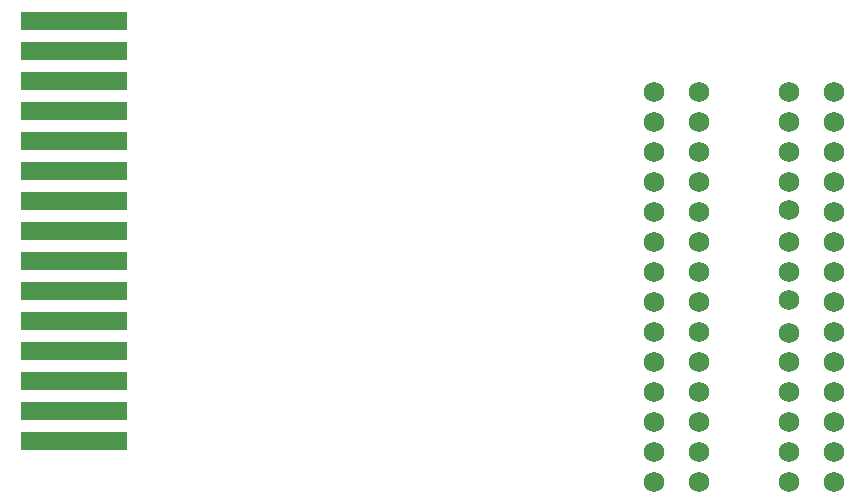
<source format=gbs>
G04 Layer: BottomSolderMaskLayer*
G04 EasyEDA v6.5.22, 2023-04-21 14:11:52*
G04 02b723c2ecb045abbe3cd18361d6b951,0d2cea57a9a8422ebbcee2df73fbc454,10*
G04 Gerber Generator version 0.2*
G04 Scale: 100 percent, Rotated: No, Reflected: No *
G04 Dimensions in millimeters *
G04 leading zeros omitted , absolute positions ,4 integer and 5 decimal *
%FSLAX45Y45*%
%MOMM*%

%ADD10C,1.7272*%
%ADD11R,9.0000X1.5240*%

%LPD*%
D10*
G01*
X6781800Y495300D03*
G01*
X6781800Y749300D03*
G01*
X6781800Y1003300D03*
G01*
X6781800Y1257300D03*
G01*
X6781800Y1511300D03*
G01*
X6781800Y1752600D03*
G01*
X6781800Y2032000D03*
G01*
X6781800Y2273300D03*
G01*
X6781800Y2527300D03*
G01*
X6781800Y2794000D03*
G01*
X6781800Y3035300D03*
G01*
X6781800Y3289300D03*
G01*
X6781800Y3543300D03*
G01*
X6781800Y3797300D03*
G01*
X6019800Y3797300D03*
G01*
X6019800Y3543300D03*
G01*
X6019800Y3289300D03*
G01*
X6019800Y3035300D03*
G01*
X6019800Y2781300D03*
G01*
X6019800Y2527300D03*
G01*
X6019800Y2273300D03*
G01*
X6019800Y2019300D03*
G01*
X6019800Y1765300D03*
G01*
X6019800Y1511300D03*
G01*
X6019800Y1257300D03*
G01*
X6019800Y1003300D03*
G01*
X6019800Y749300D03*
G01*
X6019800Y495300D03*
G01*
X7162800Y3797300D03*
G01*
X7162800Y3543300D03*
G01*
X7162800Y3289300D03*
G01*
X7162800Y3035300D03*
G01*
X7162800Y2781300D03*
G01*
X7162800Y2527300D03*
G01*
X7162800Y2273300D03*
G01*
X7162800Y2019300D03*
G01*
X7162800Y1765300D03*
G01*
X7162800Y1511300D03*
G01*
X7162800Y1257300D03*
G01*
X7162800Y1003300D03*
G01*
X7162800Y749300D03*
G01*
X7162800Y495300D03*
G01*
X5638800Y3797300D03*
G01*
X5638800Y3543300D03*
G01*
X5638800Y3289300D03*
G01*
X5638800Y3035300D03*
G01*
X5638800Y2781300D03*
G01*
X5638800Y2527300D03*
G01*
X5638800Y2273300D03*
G01*
X5638800Y2019300D03*
G01*
X5638800Y1765300D03*
G01*
X5638800Y1511300D03*
G01*
X5638800Y1257300D03*
G01*
X5638800Y1003300D03*
G01*
X5638800Y749300D03*
G01*
X5638800Y495300D03*
D11*
G01*
X723900Y4394200D03*
G01*
X723900Y4140200D03*
G01*
X723900Y3886200D03*
G01*
X723900Y3632200D03*
G01*
X723900Y3378200D03*
G01*
X723900Y3124200D03*
G01*
X723900Y2870200D03*
G01*
X723900Y2616200D03*
G01*
X723900Y2362200D03*
G01*
X723900Y2108200D03*
G01*
X723900Y1854200D03*
G01*
X723900Y1600200D03*
G01*
X723900Y1346200D03*
G01*
X723900Y1092200D03*
G01*
X723900Y838200D03*
M02*

</source>
